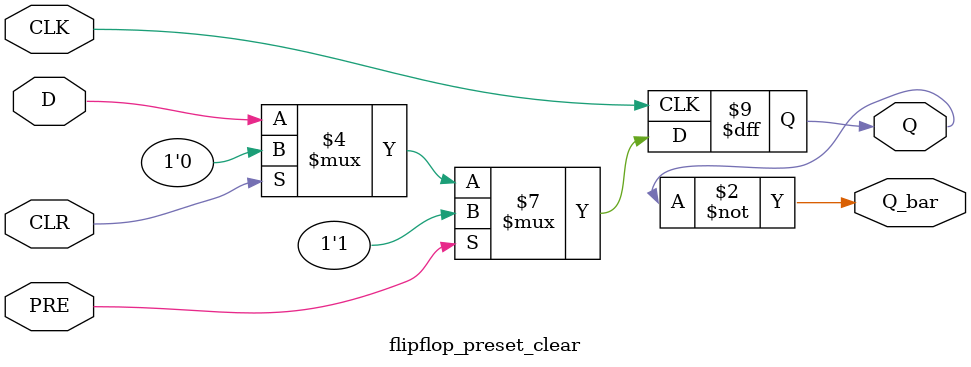
<source format=v>

module flipflop_preset_clear(
    input CLK,
    input D,
    input PRE,
    input CLR,
    output Q,
    output Q_bar
);

reg Q;

always @ (posedge CLK) begin
    if (PRE) begin
        Q <= 1'b1;
    end else if (CLR) begin
        Q <= 1'b0;
    end else begin
        Q <= D;
    end
end

assign Q_bar = ~Q;

endmodule

</source>
